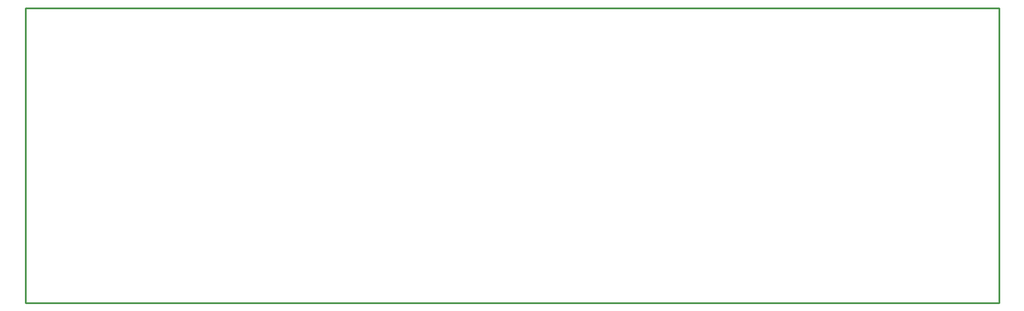
<source format=gko>
G04 Layer: BoardOutlineLayer*
G04 EasyEDA v6.5.29, 2023-07-09 11:22:14*
G04 16bb6769e9674cb0b1f37b37bddf88b5,5a6b42c53f6a479593ecc07194224c93,10*
G04 Gerber Generator version 0.2*
G04 Scale: 100 percent, Rotated: No, Reflected: No *
G04 Dimensions in millimeters *
G04 leading zeros omitted , absolute positions ,4 integer and 5 decimal *
%FSLAX45Y45*%
%MOMM*%

%ADD10C,0.2540*%
D10*
X0Y4317974D02*
G01*
X14223974Y4317974D01*
X14223974Y-20D01*
X0Y-20D01*
X0Y4317974D01*

%LPD*%
M02*

</source>
